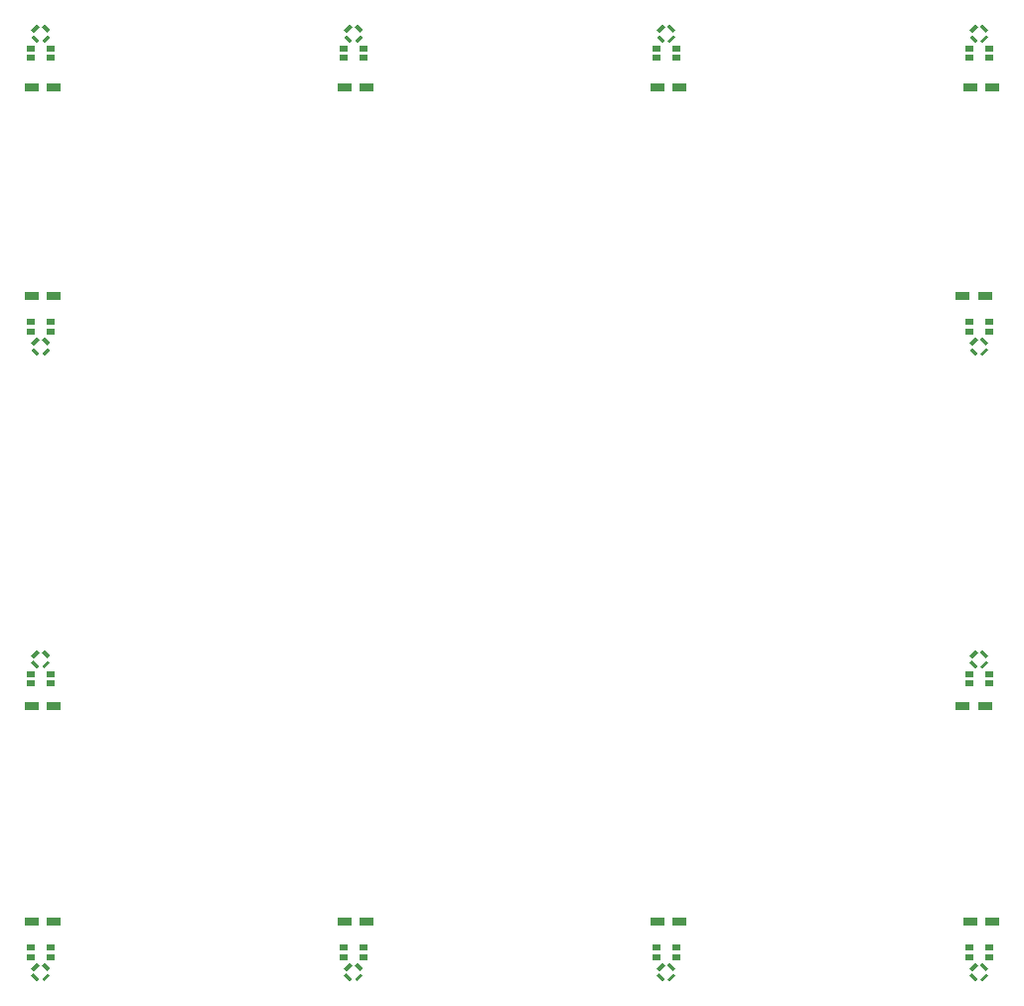
<source format=gbp>
G04 #@! TF.FileFunction,Paste,Bot*
%FSLAX46Y46*%
G04 Gerber Fmt 4.6, Leading zero omitted, Abs format (unit mm)*
G04 Created by KiCad (PCBNEW 4.0.7) date 12/17/17 16:59:44*
%MOMM*%
%LPD*%
G01*
G04 APERTURE LIST*
%ADD10C,0.100000*%
%ADD11R,0.700000X0.500000*%
%ADD12R,1.200000X0.750000*%
G04 APERTURE END LIST*
D10*
D11*
X10837500Y-34596000D03*
X10837500Y-35418000D03*
X9162500Y-34596000D03*
X9162500Y-35418000D03*
D10*
G36*
X10803553Y-36361421D02*
X10591421Y-36573553D01*
X10096447Y-36078579D01*
X10308579Y-35866447D01*
X10803553Y-36361421D01*
X10803553Y-36361421D01*
G37*
G36*
X9903553Y-37261421D02*
X9691421Y-37473553D01*
X9196447Y-36978579D01*
X9408579Y-36766447D01*
X9903553Y-37261421D01*
X9903553Y-37261421D01*
G37*
G36*
X10308579Y-37473553D02*
X10096447Y-37261421D01*
X10591421Y-36766447D01*
X10803553Y-36978579D01*
X10308579Y-37473553D01*
X10308579Y-37473553D01*
G37*
G36*
X9408579Y-36573553D02*
X9196447Y-36361421D01*
X9691421Y-35866447D01*
X9903553Y-36078579D01*
X9408579Y-36573553D01*
X9408579Y-36573553D01*
G37*
D11*
X9162500Y-65404000D03*
X9162500Y-64582000D03*
X10837500Y-65404000D03*
X10837500Y-64582000D03*
D10*
G36*
X9196447Y-63638579D02*
X9408579Y-63426447D01*
X9903553Y-63921421D01*
X9691421Y-64133553D01*
X9196447Y-63638579D01*
X9196447Y-63638579D01*
G37*
G36*
X10096447Y-62738579D02*
X10308579Y-62526447D01*
X10803553Y-63021421D01*
X10591421Y-63233553D01*
X10096447Y-62738579D01*
X10096447Y-62738579D01*
G37*
G36*
X9691421Y-62526447D02*
X9903553Y-62738579D01*
X9408579Y-63233553D01*
X9196447Y-63021421D01*
X9691421Y-62526447D01*
X9691421Y-62526447D01*
G37*
G36*
X10591421Y-63426447D02*
X10803553Y-63638579D01*
X10308579Y-64133553D01*
X10096447Y-63921421D01*
X10591421Y-63426447D01*
X10591421Y-63426447D01*
G37*
D11*
X10837500Y-87926000D03*
X10837500Y-88748000D03*
X9162500Y-87926000D03*
X9162500Y-88748000D03*
D10*
G36*
X10803553Y-89691421D02*
X10591421Y-89903553D01*
X10096447Y-89408579D01*
X10308579Y-89196447D01*
X10803553Y-89691421D01*
X10803553Y-89691421D01*
G37*
G36*
X9903553Y-90591421D02*
X9691421Y-90803553D01*
X9196447Y-90308579D01*
X9408579Y-90096447D01*
X9903553Y-90591421D01*
X9903553Y-90591421D01*
G37*
G36*
X10308579Y-90803553D02*
X10096447Y-90591421D01*
X10591421Y-90096447D01*
X10803553Y-90308579D01*
X10308579Y-90803553D01*
X10308579Y-90803553D01*
G37*
G36*
X9408579Y-89903553D02*
X9196447Y-89691421D01*
X9691421Y-89196447D01*
X9903553Y-89408579D01*
X9408579Y-89903553D01*
X9408579Y-89903553D01*
G37*
D11*
X37507500Y-87926000D03*
X37507500Y-88748000D03*
X35832500Y-87926000D03*
X35832500Y-88748000D03*
D10*
G36*
X37473553Y-89691421D02*
X37261421Y-89903553D01*
X36766447Y-89408579D01*
X36978579Y-89196447D01*
X37473553Y-89691421D01*
X37473553Y-89691421D01*
G37*
G36*
X36573553Y-90591421D02*
X36361421Y-90803553D01*
X35866447Y-90308579D01*
X36078579Y-90096447D01*
X36573553Y-90591421D01*
X36573553Y-90591421D01*
G37*
G36*
X36978579Y-90803553D02*
X36766447Y-90591421D01*
X37261421Y-90096447D01*
X37473553Y-90308579D01*
X36978579Y-90803553D01*
X36978579Y-90803553D01*
G37*
G36*
X36078579Y-89903553D02*
X35866447Y-89691421D01*
X36361421Y-89196447D01*
X36573553Y-89408579D01*
X36078579Y-89903553D01*
X36078579Y-89903553D01*
G37*
D11*
X64167500Y-87926000D03*
X64167500Y-88748000D03*
X62492500Y-87926000D03*
X62492500Y-88748000D03*
D10*
G36*
X64133553Y-89691421D02*
X63921421Y-89903553D01*
X63426447Y-89408579D01*
X63638579Y-89196447D01*
X64133553Y-89691421D01*
X64133553Y-89691421D01*
G37*
G36*
X63233553Y-90591421D02*
X63021421Y-90803553D01*
X62526447Y-90308579D01*
X62738579Y-90096447D01*
X63233553Y-90591421D01*
X63233553Y-90591421D01*
G37*
G36*
X63638579Y-90803553D02*
X63426447Y-90591421D01*
X63921421Y-90096447D01*
X64133553Y-90308579D01*
X63638579Y-90803553D01*
X63638579Y-90803553D01*
G37*
G36*
X62738579Y-89903553D02*
X62526447Y-89691421D01*
X63021421Y-89196447D01*
X63233553Y-89408579D01*
X62738579Y-89903553D01*
X62738579Y-89903553D01*
G37*
D11*
X90837500Y-87926000D03*
X90837500Y-88748000D03*
X89162500Y-87926000D03*
X89162500Y-88748000D03*
D10*
G36*
X90803553Y-89691421D02*
X90591421Y-89903553D01*
X90096447Y-89408579D01*
X90308579Y-89196447D01*
X90803553Y-89691421D01*
X90803553Y-89691421D01*
G37*
G36*
X89903553Y-90591421D02*
X89691421Y-90803553D01*
X89196447Y-90308579D01*
X89408579Y-90096447D01*
X89903553Y-90591421D01*
X89903553Y-90591421D01*
G37*
G36*
X90308579Y-90803553D02*
X90096447Y-90591421D01*
X90591421Y-90096447D01*
X90803553Y-90308579D01*
X90308579Y-90803553D01*
X90308579Y-90803553D01*
G37*
G36*
X89408579Y-89903553D02*
X89196447Y-89691421D01*
X89691421Y-89196447D01*
X89903553Y-89408579D01*
X89408579Y-89903553D01*
X89408579Y-89903553D01*
G37*
D11*
X89162500Y-65404000D03*
X89162500Y-64582000D03*
X90837500Y-65404000D03*
X90837500Y-64582000D03*
D10*
G36*
X89196447Y-63638579D02*
X89408579Y-63426447D01*
X89903553Y-63921421D01*
X89691421Y-64133553D01*
X89196447Y-63638579D01*
X89196447Y-63638579D01*
G37*
G36*
X90096447Y-62738579D02*
X90308579Y-62526447D01*
X90803553Y-63021421D01*
X90591421Y-63233553D01*
X90096447Y-62738579D01*
X90096447Y-62738579D01*
G37*
G36*
X89691421Y-62526447D02*
X89903553Y-62738579D01*
X89408579Y-63233553D01*
X89196447Y-63021421D01*
X89691421Y-62526447D01*
X89691421Y-62526447D01*
G37*
G36*
X90591421Y-63426447D02*
X90803553Y-63638579D01*
X90308579Y-64133553D01*
X90096447Y-63921421D01*
X90591421Y-63426447D01*
X90591421Y-63426447D01*
G37*
D11*
X90837500Y-34596000D03*
X90837500Y-35418000D03*
X89162500Y-34596000D03*
X89162500Y-35418000D03*
D10*
G36*
X90803553Y-36361421D02*
X90591421Y-36573553D01*
X90096447Y-36078579D01*
X90308579Y-35866447D01*
X90803553Y-36361421D01*
X90803553Y-36361421D01*
G37*
G36*
X89903553Y-37261421D02*
X89691421Y-37473553D01*
X89196447Y-36978579D01*
X89408579Y-36766447D01*
X89903553Y-37261421D01*
X89903553Y-37261421D01*
G37*
G36*
X90308579Y-37473553D02*
X90096447Y-37261421D01*
X90591421Y-36766447D01*
X90803553Y-36978579D01*
X90308579Y-37473553D01*
X90308579Y-37473553D01*
G37*
G36*
X89408579Y-36573553D02*
X89196447Y-36361421D01*
X89691421Y-35866447D01*
X89903553Y-36078579D01*
X89408579Y-36573553D01*
X89408579Y-36573553D01*
G37*
D11*
X89162500Y-12074000D03*
X89162500Y-11252000D03*
X90837500Y-12074000D03*
X90837500Y-11252000D03*
D10*
G36*
X89196447Y-10308579D02*
X89408579Y-10096447D01*
X89903553Y-10591421D01*
X89691421Y-10803553D01*
X89196447Y-10308579D01*
X89196447Y-10308579D01*
G37*
G36*
X90096447Y-9408579D02*
X90308579Y-9196447D01*
X90803553Y-9691421D01*
X90591421Y-9903553D01*
X90096447Y-9408579D01*
X90096447Y-9408579D01*
G37*
G36*
X89691421Y-9196447D02*
X89903553Y-9408579D01*
X89408579Y-9903553D01*
X89196447Y-9691421D01*
X89691421Y-9196447D01*
X89691421Y-9196447D01*
G37*
G36*
X90591421Y-10096447D02*
X90803553Y-10308579D01*
X90308579Y-10803553D01*
X90096447Y-10591421D01*
X90591421Y-10096447D01*
X90591421Y-10096447D01*
G37*
D11*
X62492500Y-12074000D03*
X62492500Y-11252000D03*
X64167500Y-12074000D03*
X64167500Y-11252000D03*
D10*
G36*
X62526447Y-10308579D02*
X62738579Y-10096447D01*
X63233553Y-10591421D01*
X63021421Y-10803553D01*
X62526447Y-10308579D01*
X62526447Y-10308579D01*
G37*
G36*
X63426447Y-9408579D02*
X63638579Y-9196447D01*
X64133553Y-9691421D01*
X63921421Y-9903553D01*
X63426447Y-9408579D01*
X63426447Y-9408579D01*
G37*
G36*
X63021421Y-9196447D02*
X63233553Y-9408579D01*
X62738579Y-9903553D01*
X62526447Y-9691421D01*
X63021421Y-9196447D01*
X63021421Y-9196447D01*
G37*
G36*
X63921421Y-10096447D02*
X64133553Y-10308579D01*
X63638579Y-10803553D01*
X63426447Y-10591421D01*
X63921421Y-10096447D01*
X63921421Y-10096447D01*
G37*
D11*
X35832500Y-12074000D03*
X35832500Y-11252000D03*
X37507500Y-12074000D03*
X37507500Y-11252000D03*
D10*
G36*
X35866447Y-10308579D02*
X36078579Y-10096447D01*
X36573553Y-10591421D01*
X36361421Y-10803553D01*
X35866447Y-10308579D01*
X35866447Y-10308579D01*
G37*
G36*
X36766447Y-9408579D02*
X36978579Y-9196447D01*
X37473553Y-9691421D01*
X37261421Y-9903553D01*
X36766447Y-9408579D01*
X36766447Y-9408579D01*
G37*
G36*
X36361421Y-9196447D02*
X36573553Y-9408579D01*
X36078579Y-9903553D01*
X35866447Y-9691421D01*
X36361421Y-9196447D01*
X36361421Y-9196447D01*
G37*
G36*
X37261421Y-10096447D02*
X37473553Y-10308579D01*
X36978579Y-10803553D01*
X36766447Y-10591421D01*
X37261421Y-10096447D01*
X37261421Y-10096447D01*
G37*
D11*
X9162500Y-12074000D03*
X9162500Y-11252000D03*
X10837500Y-12074000D03*
X10837500Y-11252000D03*
D10*
G36*
X9196447Y-10308579D02*
X9408579Y-10096447D01*
X9903553Y-10591421D01*
X9691421Y-10803553D01*
X9196447Y-10308579D01*
X9196447Y-10308579D01*
G37*
G36*
X10096447Y-9408579D02*
X10308579Y-9196447D01*
X10803553Y-9691421D01*
X10591421Y-9903553D01*
X10096447Y-9408579D01*
X10096447Y-9408579D01*
G37*
G36*
X9691421Y-9196447D02*
X9903553Y-9408579D01*
X9408579Y-9903553D01*
X9196447Y-9691421D01*
X9691421Y-9196447D01*
X9691421Y-9196447D01*
G37*
G36*
X10591421Y-10096447D02*
X10803553Y-10308579D01*
X10308579Y-10803553D01*
X10096447Y-10591421D01*
X10591421Y-10096447D01*
X10591421Y-10096447D01*
G37*
D12*
X9210000Y-32385000D03*
X11110000Y-32385000D03*
X11110000Y-67310000D03*
X9210000Y-67310000D03*
X9210000Y-85725000D03*
X11110000Y-85725000D03*
X35880000Y-85725000D03*
X37780000Y-85725000D03*
X62550000Y-85725000D03*
X64450000Y-85725000D03*
X89220000Y-85725000D03*
X91120000Y-85725000D03*
X90485000Y-67310000D03*
X88585000Y-67310000D03*
X88585000Y-32385000D03*
X90485000Y-32385000D03*
X91120000Y-14605000D03*
X89220000Y-14605000D03*
X64450000Y-14605000D03*
X62550000Y-14605000D03*
X37780000Y-14605000D03*
X35880000Y-14605000D03*
X11110000Y-14605000D03*
X9210000Y-14605000D03*
M02*

</source>
